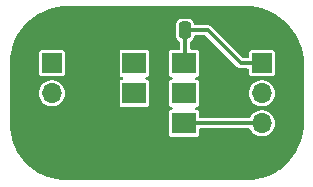
<source format=gbr>
%TF.GenerationSoftware,KiCad,Pcbnew,7.0.5*%
%TF.CreationDate,2023-12-18T16:38:18+02:00*%
%TF.ProjectId,Clock Oscillator,436c6f63-6b20-44f7-9363-696c6c61746f,rev?*%
%TF.SameCoordinates,Original*%
%TF.FileFunction,Copper,L1,Top*%
%TF.FilePolarity,Positive*%
%FSLAX46Y46*%
G04 Gerber Fmt 4.6, Leading zero omitted, Abs format (unit mm)*
G04 Created by KiCad (PCBNEW 7.0.5) date 2023-12-18 16:38:18*
%MOMM*%
%LPD*%
G01*
G04 APERTURE LIST*
G04 Aperture macros list*
%AMRoundRect*
0 Rectangle with rounded corners*
0 $1 Rounding radius*
0 $2 $3 $4 $5 $6 $7 $8 $9 X,Y pos of 4 corners*
0 Add a 4 corners polygon primitive as box body*
4,1,4,$2,$3,$4,$5,$6,$7,$8,$9,$2,$3,0*
0 Add four circle primitives for the rounded corners*
1,1,$1+$1,$2,$3*
1,1,$1+$1,$4,$5*
1,1,$1+$1,$6,$7*
1,1,$1+$1,$8,$9*
0 Add four rect primitives between the rounded corners*
20,1,$1+$1,$2,$3,$4,$5,0*
20,1,$1+$1,$4,$5,$6,$7,0*
20,1,$1+$1,$6,$7,$8,$9,0*
20,1,$1+$1,$8,$9,$2,$3,0*%
G04 Aperture macros list end*
%TA.AperFunction,SMDPad,CuDef*%
%ADD10R,2.000000X1.800000*%
%TD*%
%TA.AperFunction,SMDPad,CuDef*%
%ADD11RoundRect,0.250000X0.250000X0.475000X-0.250000X0.475000X-0.250000X-0.475000X0.250000X-0.475000X0*%
%TD*%
%TA.AperFunction,ComponentPad*%
%ADD12R,1.700000X1.700000*%
%TD*%
%TA.AperFunction,ComponentPad*%
%ADD13O,1.700000X1.700000*%
%TD*%
%TA.AperFunction,Conductor*%
%ADD14C,0.380000*%
%TD*%
G04 APERTURE END LIST*
D10*
%TO.P,Y1,1,E/D*%
%TO.N,unconnected-(Y1-E{slash}D-Pad1)*%
X121294000Y-53340000D03*
%TO.P,Y1,2,NC*%
%TO.N,unconnected-(Y1-NC-Pad2)*%
X121294000Y-55880000D03*
%TO.P,Y1,3,GND*%
%TO.N,/GND*%
X121294000Y-58420000D03*
%TO.P,Y1,4,OUT*%
%TO.N,/CLK*%
X125494000Y-58420000D03*
%TO.P,Y1,5,OUT2*%
%TO.N,unconnected-(Y1-OUT2-Pad5)*%
X125494000Y-55880000D03*
%TO.P,Y1,6,3V*%
%TO.N,/3.3V*%
X125494000Y-53340000D03*
%TD*%
D11*
%TO.P,C2,1*%
%TO.N,/3.3V*%
X125598000Y-50546000D03*
%TO.P,C2,2*%
%TO.N,/GND*%
X123698000Y-50546000D03*
%TD*%
D12*
%TO.P,J1,1,Pin_1*%
%TO.N,/~{Reset}*%
X114300000Y-53340000D03*
D13*
%TO.P,J1,2,Pin_2*%
%TO.N,unconnected-(J1-Pin_2-Pad2)*%
X114300000Y-55880000D03*
%TO.P,J1,3,Pin_3*%
%TO.N,/GND*%
X114300000Y-58420000D03*
%TD*%
D12*
%TO.P,J2,1,Pin_1*%
%TO.N,/3.3V*%
X132080000Y-53340000D03*
D13*
%TO.P,J2,2,Pin_2*%
%TO.N,unconnected-(J2-Pin_2-Pad2)*%
X132080000Y-55880000D03*
%TO.P,J2,3,Pin_3*%
%TO.N,/CLK*%
X132080000Y-58420000D03*
%TD*%
D14*
%TO.N,/GND*%
X114300000Y-58420000D02*
X121294000Y-58420000D01*
X121294000Y-58420000D02*
X121394000Y-58420000D01*
X121394000Y-58420000D02*
X123698000Y-56116000D01*
X123698000Y-56116000D02*
X123698000Y-50546000D01*
%TO.N,/3.3V*%
X130302000Y-53340000D02*
X127508000Y-50546000D01*
X132080000Y-53340000D02*
X130302000Y-53340000D01*
X125598000Y-53236000D02*
X125494000Y-53340000D01*
X127508000Y-50546000D02*
X125598000Y-50546000D01*
X125598000Y-50546000D02*
X125598000Y-53236000D01*
%TO.N,/CLK*%
X132080000Y-58420000D02*
X125494000Y-58420000D01*
%TD*%
%TA.AperFunction,Conductor*%
%TO.N,/GND*%
G36*
X130811351Y-48510556D02*
G01*
X131228236Y-48528757D01*
X131233589Y-48529226D01*
X131645967Y-48583516D01*
X131651268Y-48584451D01*
X132057331Y-48674473D01*
X132062529Y-48675866D01*
X132459208Y-48800938D01*
X132464288Y-48802787D01*
X132485202Y-48811450D01*
X132848552Y-48961954D01*
X132853422Y-48964225D01*
X133222350Y-49156277D01*
X133227028Y-49158979D01*
X133577807Y-49382449D01*
X133582235Y-49385549D01*
X133912203Y-49638743D01*
X133916335Y-49642211D01*
X133994082Y-49713452D01*
X134222989Y-49923206D01*
X134226801Y-49927019D01*
X134288869Y-49994754D01*
X134507780Y-50233654D01*
X134511259Y-50237799D01*
X134764450Y-50567764D01*
X134767549Y-50572190D01*
X134991015Y-50922960D01*
X134993713Y-50927632D01*
X135185763Y-51296555D01*
X135188050Y-51301460D01*
X135347209Y-51685705D01*
X135349060Y-51690790D01*
X135474126Y-52087447D01*
X135475527Y-52092674D01*
X135565545Y-52498722D01*
X135566485Y-52504051D01*
X135620771Y-52916390D01*
X135621243Y-52921781D01*
X135639439Y-53338553D01*
X135639498Y-53341257D01*
X135639498Y-58418644D01*
X135639439Y-58421348D01*
X135621238Y-58838213D01*
X135620766Y-58843604D01*
X135566481Y-59255943D01*
X135565541Y-59261272D01*
X135475522Y-59667323D01*
X135474122Y-59672550D01*
X135349058Y-60069201D01*
X135347207Y-60074286D01*
X135188047Y-60458534D01*
X135185760Y-60463438D01*
X134993721Y-60832340D01*
X134991015Y-60837026D01*
X134767545Y-61187805D01*
X134764441Y-61192238D01*
X134511262Y-61522188D01*
X134507783Y-61526333D01*
X134226799Y-61832973D01*
X134222973Y-61836799D01*
X133916333Y-62117783D01*
X133912188Y-62121262D01*
X133582238Y-62374441D01*
X133577805Y-62377545D01*
X133227026Y-62601015D01*
X133222340Y-62603721D01*
X132853438Y-62795760D01*
X132848534Y-62798047D01*
X132464286Y-62957207D01*
X132459201Y-62959058D01*
X132062550Y-63084122D01*
X132057323Y-63085522D01*
X131651272Y-63175541D01*
X131645943Y-63176481D01*
X131233604Y-63230766D01*
X131228213Y-63231238D01*
X130811349Y-63249439D01*
X130808645Y-63249498D01*
X115571348Y-63249498D01*
X115568644Y-63249439D01*
X115151781Y-63231240D01*
X115146390Y-63230768D01*
X114734052Y-63176482D01*
X114728723Y-63175542D01*
X114322674Y-63085524D01*
X114317455Y-63084126D01*
X114060473Y-63003100D01*
X113920791Y-62959058D01*
X113915706Y-62957207D01*
X113694946Y-62865765D01*
X113531455Y-62798044D01*
X113526565Y-62795764D01*
X113157634Y-62603710D01*
X113152967Y-62601015D01*
X112802190Y-62377545D01*
X112797766Y-62374447D01*
X112763352Y-62348040D01*
X112467798Y-62121253D01*
X112463663Y-62117783D01*
X112157023Y-61836799D01*
X112153197Y-61832973D01*
X111872213Y-61526333D01*
X111868745Y-61522201D01*
X111615551Y-61192233D01*
X111612451Y-61187805D01*
X111388982Y-60837027D01*
X111386276Y-60832341D01*
X111194228Y-60463421D01*
X111191957Y-60458551D01*
X111032789Y-60074285D01*
X111030940Y-60069204D01*
X111030939Y-60069201D01*
X110905867Y-59672524D01*
X110904475Y-59667323D01*
X110832946Y-59344678D01*
X124243500Y-59344678D01*
X124258032Y-59417735D01*
X124258033Y-59417739D01*
X124258034Y-59417740D01*
X124313399Y-59500601D01*
X124396259Y-59555966D01*
X124396260Y-59555966D01*
X124396264Y-59555967D01*
X124469321Y-59570499D01*
X124469324Y-59570500D01*
X124469326Y-59570500D01*
X126518676Y-59570500D01*
X126518677Y-59570499D01*
X126591740Y-59555966D01*
X126674601Y-59500601D01*
X126729966Y-59417740D01*
X126744500Y-59344674D01*
X126744500Y-58984499D01*
X126764185Y-58917461D01*
X126816989Y-58871706D01*
X126868500Y-58860500D01*
X130993181Y-58860500D01*
X131060220Y-58880185D01*
X131104180Y-58929228D01*
X131131702Y-58984500D01*
X131140327Y-59001821D01*
X131263237Y-59164581D01*
X131413958Y-59301980D01*
X131413960Y-59301982D01*
X131482911Y-59344674D01*
X131587363Y-59409348D01*
X131777544Y-59483024D01*
X131978024Y-59520500D01*
X131978026Y-59520500D01*
X132181974Y-59520500D01*
X132181976Y-59520500D01*
X132382456Y-59483024D01*
X132572637Y-59409348D01*
X132746041Y-59301981D01*
X132896764Y-59164579D01*
X133019673Y-59001821D01*
X133110582Y-58819250D01*
X133166397Y-58623083D01*
X133185215Y-58420000D01*
X133166397Y-58216917D01*
X133110582Y-58020750D01*
X133019673Y-57838179D01*
X132896764Y-57675421D01*
X132896762Y-57675418D01*
X132746041Y-57538019D01*
X132746039Y-57538017D01*
X132572642Y-57430655D01*
X132572635Y-57430651D01*
X132477546Y-57393814D01*
X132382456Y-57356976D01*
X132181976Y-57319500D01*
X131978024Y-57319500D01*
X131777544Y-57356976D01*
X131777541Y-57356976D01*
X131777541Y-57356977D01*
X131587364Y-57430651D01*
X131587357Y-57430655D01*
X131413960Y-57538017D01*
X131413958Y-57538019D01*
X131263237Y-57675418D01*
X131140327Y-57838178D01*
X131140327Y-57838179D01*
X131104180Y-57910771D01*
X131056679Y-57962008D01*
X130993181Y-57979500D01*
X126868500Y-57979500D01*
X126801461Y-57959815D01*
X126755706Y-57907011D01*
X126744500Y-57855500D01*
X126744500Y-57495323D01*
X126744499Y-57495321D01*
X126729967Y-57422264D01*
X126729966Y-57422260D01*
X126729966Y-57422259D01*
X126674601Y-57339399D01*
X126591740Y-57284034D01*
X126591739Y-57284033D01*
X126591735Y-57284032D01*
X126529320Y-57271617D01*
X126467409Y-57239232D01*
X126432835Y-57178516D01*
X126436574Y-57108747D01*
X126477441Y-57052075D01*
X126529320Y-57028383D01*
X126591735Y-57015967D01*
X126591735Y-57015966D01*
X126591740Y-57015966D01*
X126674601Y-56960601D01*
X126729966Y-56877740D01*
X126744500Y-56804674D01*
X126744500Y-55880000D01*
X130974785Y-55880000D01*
X130993602Y-56083082D01*
X131049417Y-56279247D01*
X131049422Y-56279260D01*
X131140327Y-56461821D01*
X131263237Y-56624581D01*
X131413958Y-56761980D01*
X131413960Y-56761982D01*
X131482911Y-56804674D01*
X131587363Y-56869348D01*
X131777544Y-56943024D01*
X131978024Y-56980500D01*
X131978026Y-56980500D01*
X132181974Y-56980500D01*
X132181976Y-56980500D01*
X132382456Y-56943024D01*
X132572637Y-56869348D01*
X132746041Y-56761981D01*
X132896764Y-56624579D01*
X133019673Y-56461821D01*
X133110582Y-56279250D01*
X133166397Y-56083083D01*
X133185215Y-55880000D01*
X133166397Y-55676917D01*
X133110582Y-55480750D01*
X133019673Y-55298179D01*
X132896764Y-55135421D01*
X132896762Y-55135418D01*
X132746041Y-54998019D01*
X132746039Y-54998017D01*
X132572642Y-54890655D01*
X132572635Y-54890651D01*
X132477546Y-54853814D01*
X132382456Y-54816976D01*
X132181976Y-54779500D01*
X131978024Y-54779500D01*
X131777544Y-54816976D01*
X131777541Y-54816976D01*
X131777541Y-54816977D01*
X131587364Y-54890651D01*
X131587357Y-54890655D01*
X131413960Y-54998017D01*
X131413958Y-54998019D01*
X131263237Y-55135418D01*
X131140327Y-55298178D01*
X131049422Y-55480739D01*
X131049417Y-55480752D01*
X130993602Y-55676917D01*
X130974785Y-55879999D01*
X130974785Y-55880000D01*
X126744500Y-55880000D01*
X126744500Y-54955326D01*
X126744499Y-54955326D01*
X126744500Y-54955323D01*
X126744499Y-54955321D01*
X126729967Y-54882264D01*
X126729966Y-54882260D01*
X126674601Y-54799399D01*
X126591740Y-54744034D01*
X126591739Y-54744033D01*
X126591735Y-54744032D01*
X126529320Y-54731617D01*
X126467409Y-54699232D01*
X126432835Y-54638516D01*
X126436574Y-54568747D01*
X126477441Y-54512075D01*
X126529320Y-54488383D01*
X126591735Y-54475967D01*
X126591735Y-54475966D01*
X126591740Y-54475966D01*
X126674601Y-54420601D01*
X126729966Y-54337740D01*
X126744500Y-54264674D01*
X126744500Y-52415326D01*
X126744499Y-52415326D01*
X126744500Y-52415323D01*
X126744499Y-52415321D01*
X126729967Y-52342264D01*
X126729966Y-52342260D01*
X126708009Y-52309399D01*
X126674601Y-52259399D01*
X126591740Y-52204034D01*
X126591739Y-52204033D01*
X126591735Y-52204032D01*
X126518677Y-52189500D01*
X126518674Y-52189500D01*
X126162500Y-52189500D01*
X126095461Y-52169815D01*
X126049706Y-52117011D01*
X126038500Y-52065500D01*
X126038500Y-51565666D01*
X126058185Y-51498627D01*
X126088189Y-51466399D01*
X126090329Y-51464796D01*
X126090331Y-51464796D01*
X126205546Y-51378546D01*
X126291796Y-51263331D01*
X126342091Y-51128483D01*
X126345450Y-51097244D01*
X126372188Y-51032693D01*
X126429581Y-50992845D01*
X126468739Y-50986500D01*
X127274177Y-50986500D01*
X127341216Y-51006185D01*
X127361858Y-51022819D01*
X129970555Y-53631516D01*
X129975191Y-53636704D01*
X129991951Y-53657720D01*
X129998999Y-53666557D01*
X130046121Y-53698684D01*
X130047970Y-53699996D01*
X130068163Y-53714899D01*
X130093841Y-53733851D01*
X130101216Y-53737748D01*
X130108713Y-53741359D01*
X130108715Y-53741360D01*
X130163195Y-53758164D01*
X130165337Y-53758869D01*
X130219181Y-53777711D01*
X130219183Y-53777711D01*
X130227340Y-53779254D01*
X130235602Y-53780500D01*
X130235605Y-53780500D01*
X130292585Y-53780500D01*
X130294867Y-53780542D01*
X130351877Y-53782675D01*
X130351877Y-53782674D01*
X130351878Y-53782675D01*
X130361112Y-53781635D01*
X130361208Y-53782489D01*
X130376321Y-53780500D01*
X130855500Y-53780500D01*
X130922539Y-53800185D01*
X130968294Y-53852989D01*
X130979500Y-53904500D01*
X130979500Y-54214678D01*
X130994032Y-54287735D01*
X130994033Y-54287739D01*
X130994034Y-54287740D01*
X131049399Y-54370601D01*
X131124229Y-54420600D01*
X131132260Y-54425966D01*
X131132264Y-54425967D01*
X131205321Y-54440499D01*
X131205324Y-54440500D01*
X131205326Y-54440500D01*
X132954676Y-54440500D01*
X132954677Y-54440499D01*
X133027740Y-54425966D01*
X133110601Y-54370601D01*
X133165966Y-54287740D01*
X133180500Y-54214674D01*
X133180500Y-52465326D01*
X133180500Y-52465325D01*
X133180500Y-52465323D01*
X133180499Y-52465321D01*
X133165967Y-52392264D01*
X133165966Y-52392260D01*
X133132560Y-52342264D01*
X133110601Y-52309399D01*
X133055234Y-52272405D01*
X133027739Y-52254033D01*
X133027735Y-52254032D01*
X132954677Y-52239500D01*
X132954674Y-52239500D01*
X131205326Y-52239500D01*
X131205323Y-52239500D01*
X131132264Y-52254032D01*
X131132260Y-52254033D01*
X131049399Y-52309399D01*
X130994033Y-52392260D01*
X130994032Y-52392264D01*
X130979500Y-52465321D01*
X130979500Y-52775500D01*
X130959815Y-52842539D01*
X130907011Y-52888294D01*
X130855500Y-52899500D01*
X130535823Y-52899500D01*
X130468784Y-52879815D01*
X130448142Y-52863181D01*
X127839443Y-50254482D01*
X127834806Y-50249294D01*
X127811001Y-50219443D01*
X127811000Y-50219442D01*
X127810999Y-50219441D01*
X127763893Y-50187324D01*
X127762003Y-50185983D01*
X127733605Y-50165025D01*
X127716157Y-50152148D01*
X127716155Y-50152147D01*
X127708794Y-50148256D01*
X127701284Y-50144639D01*
X127646818Y-50127839D01*
X127644615Y-50127114D01*
X127590819Y-50108289D01*
X127582640Y-50106741D01*
X127574399Y-50105500D01*
X127574395Y-50105500D01*
X127517404Y-50105500D01*
X127515122Y-50105457D01*
X127491061Y-50104557D01*
X127458122Y-50103324D01*
X127448890Y-50104365D01*
X127448793Y-50103510D01*
X127433680Y-50105500D01*
X126468739Y-50105500D01*
X126401700Y-50085815D01*
X126355945Y-50033011D01*
X126345449Y-49994754D01*
X126345056Y-49991102D01*
X126342091Y-49963517D01*
X126291796Y-49828669D01*
X126291795Y-49828668D01*
X126291793Y-49828664D01*
X126205547Y-49713455D01*
X126205544Y-49713452D01*
X126090335Y-49627206D01*
X126090328Y-49627202D01*
X125955486Y-49576910D01*
X125955485Y-49576909D01*
X125955483Y-49576909D01*
X125895873Y-49570500D01*
X125895863Y-49570500D01*
X125300129Y-49570500D01*
X125300123Y-49570501D01*
X125240516Y-49576908D01*
X125105671Y-49627202D01*
X125105664Y-49627206D01*
X124990455Y-49713452D01*
X124990452Y-49713455D01*
X124904206Y-49828664D01*
X124904202Y-49828671D01*
X124853908Y-49963517D01*
X124847501Y-50023116D01*
X124847500Y-50023135D01*
X124847500Y-51068870D01*
X124847501Y-51068876D01*
X124853908Y-51128483D01*
X124904202Y-51263328D01*
X124904206Y-51263335D01*
X124973358Y-51355709D01*
X124990454Y-51378546D01*
X125105669Y-51464796D01*
X125105670Y-51464796D01*
X125107811Y-51466399D01*
X125149682Y-51522333D01*
X125157500Y-51565666D01*
X125157500Y-52065500D01*
X125137815Y-52132539D01*
X125085011Y-52178294D01*
X125033500Y-52189500D01*
X124469323Y-52189500D01*
X124396264Y-52204032D01*
X124396260Y-52204033D01*
X124313399Y-52259399D01*
X124258033Y-52342260D01*
X124258032Y-52342264D01*
X124243500Y-52415321D01*
X124243500Y-54264678D01*
X124258032Y-54337735D01*
X124258033Y-54337739D01*
X124258034Y-54337740D01*
X124313399Y-54420601D01*
X124396259Y-54475966D01*
X124396260Y-54475966D01*
X124396263Y-54475967D01*
X124458680Y-54488383D01*
X124520591Y-54520768D01*
X124555165Y-54581484D01*
X124551425Y-54651253D01*
X124510558Y-54707925D01*
X124458680Y-54731617D01*
X124396263Y-54744032D01*
X124396260Y-54744033D01*
X124313399Y-54799399D01*
X124258033Y-54882260D01*
X124258032Y-54882264D01*
X124243500Y-54955321D01*
X124243500Y-56804678D01*
X124258032Y-56877735D01*
X124258033Y-56877739D01*
X124258034Y-56877740D01*
X124313399Y-56960601D01*
X124396259Y-57015966D01*
X124396260Y-57015966D01*
X124396263Y-57015967D01*
X124458680Y-57028383D01*
X124520591Y-57060768D01*
X124555165Y-57121484D01*
X124551425Y-57191253D01*
X124510558Y-57247925D01*
X124458680Y-57271617D01*
X124396263Y-57284032D01*
X124396260Y-57284033D01*
X124313399Y-57339399D01*
X124258033Y-57422260D01*
X124258032Y-57422264D01*
X124243500Y-57495321D01*
X124243500Y-59344678D01*
X110832946Y-59344678D01*
X110814454Y-59261267D01*
X110813519Y-59255966D01*
X110759229Y-58843588D01*
X110758760Y-58838235D01*
X110740554Y-58421252D01*
X110740496Y-58418563D01*
X110740496Y-58375830D01*
X110740496Y-57121484D01*
X110740496Y-55880000D01*
X113194785Y-55880000D01*
X113213602Y-56083082D01*
X113269417Y-56279247D01*
X113269422Y-56279260D01*
X113360327Y-56461821D01*
X113483237Y-56624581D01*
X113633958Y-56761980D01*
X113633960Y-56761982D01*
X113702911Y-56804674D01*
X113807363Y-56869348D01*
X113997544Y-56943024D01*
X114198024Y-56980500D01*
X114198026Y-56980500D01*
X114401974Y-56980500D01*
X114401976Y-56980500D01*
X114602456Y-56943024D01*
X114792637Y-56869348D01*
X114897083Y-56804678D01*
X120043500Y-56804678D01*
X120058032Y-56877735D01*
X120058033Y-56877739D01*
X120058034Y-56877740D01*
X120113399Y-56960601D01*
X120196259Y-57015966D01*
X120196260Y-57015966D01*
X120196264Y-57015967D01*
X120269321Y-57030499D01*
X120269324Y-57030500D01*
X120269326Y-57030500D01*
X122318676Y-57030500D01*
X122318677Y-57030499D01*
X122391740Y-57015966D01*
X122474601Y-56960601D01*
X122529966Y-56877740D01*
X122544500Y-56804674D01*
X122544500Y-54955326D01*
X122544500Y-54955323D01*
X122544499Y-54955321D01*
X122529967Y-54882264D01*
X122529966Y-54882260D01*
X122529966Y-54882259D01*
X122474601Y-54799399D01*
X122391740Y-54744034D01*
X122391739Y-54744033D01*
X122391735Y-54744032D01*
X122329320Y-54731617D01*
X122267409Y-54699232D01*
X122232835Y-54638516D01*
X122236574Y-54568747D01*
X122277441Y-54512075D01*
X122329320Y-54488383D01*
X122391735Y-54475967D01*
X122391735Y-54475966D01*
X122391740Y-54475966D01*
X122474601Y-54420601D01*
X122529966Y-54337740D01*
X122544500Y-54264674D01*
X122544500Y-52415326D01*
X122544500Y-52415323D01*
X122544499Y-52415321D01*
X122529967Y-52342264D01*
X122529966Y-52342260D01*
X122508009Y-52309399D01*
X122474601Y-52259399D01*
X122391740Y-52204034D01*
X122391739Y-52204033D01*
X122391735Y-52204032D01*
X122318677Y-52189500D01*
X122318674Y-52189500D01*
X120269326Y-52189500D01*
X120269323Y-52189500D01*
X120196264Y-52204032D01*
X120196260Y-52204033D01*
X120113399Y-52259399D01*
X120058033Y-52342260D01*
X120058032Y-52342264D01*
X120043500Y-52415321D01*
X120043500Y-54264678D01*
X120058032Y-54337735D01*
X120058033Y-54337739D01*
X120058034Y-54337740D01*
X120113399Y-54420601D01*
X120196259Y-54475966D01*
X120196260Y-54475966D01*
X120196263Y-54475967D01*
X120258680Y-54488383D01*
X120320591Y-54520768D01*
X120355165Y-54581484D01*
X120351425Y-54651253D01*
X120310558Y-54707925D01*
X120258680Y-54731617D01*
X120196263Y-54744032D01*
X120196260Y-54744033D01*
X120113399Y-54799399D01*
X120058033Y-54882260D01*
X120058032Y-54882264D01*
X120043500Y-54955321D01*
X120043500Y-56804678D01*
X114897083Y-56804678D01*
X114966041Y-56761981D01*
X115116764Y-56624579D01*
X115239673Y-56461821D01*
X115330582Y-56279250D01*
X115386397Y-56083083D01*
X115405215Y-55880000D01*
X115386397Y-55676917D01*
X115330582Y-55480750D01*
X115239673Y-55298179D01*
X115116764Y-55135421D01*
X115116762Y-55135418D01*
X114966041Y-54998019D01*
X114966039Y-54998017D01*
X114792642Y-54890655D01*
X114792635Y-54890651D01*
X114697546Y-54853814D01*
X114602456Y-54816976D01*
X114401976Y-54779500D01*
X114198024Y-54779500D01*
X113997544Y-54816976D01*
X113997541Y-54816976D01*
X113997541Y-54816977D01*
X113807364Y-54890651D01*
X113807357Y-54890655D01*
X113633960Y-54998017D01*
X113633958Y-54998019D01*
X113483237Y-55135418D01*
X113360327Y-55298178D01*
X113269422Y-55480739D01*
X113269417Y-55480752D01*
X113213602Y-55676917D01*
X113194785Y-55879999D01*
X113194785Y-55880000D01*
X110740496Y-55880000D01*
X110740497Y-54214678D01*
X113199500Y-54214678D01*
X113214032Y-54287735D01*
X113214033Y-54287739D01*
X113214034Y-54287740D01*
X113269399Y-54370601D01*
X113344229Y-54420600D01*
X113352260Y-54425966D01*
X113352264Y-54425967D01*
X113425321Y-54440499D01*
X113425324Y-54440500D01*
X113425326Y-54440500D01*
X115174676Y-54440500D01*
X115174677Y-54440499D01*
X115247740Y-54425966D01*
X115330601Y-54370601D01*
X115385966Y-54287740D01*
X115400500Y-54214674D01*
X115400500Y-52465326D01*
X115400499Y-52465325D01*
X115400500Y-52465323D01*
X115400499Y-52465321D01*
X115385967Y-52392264D01*
X115385966Y-52392260D01*
X115352560Y-52342264D01*
X115330601Y-52309399D01*
X115275234Y-52272405D01*
X115247739Y-52254033D01*
X115247735Y-52254032D01*
X115174677Y-52239500D01*
X115174674Y-52239500D01*
X113425326Y-52239500D01*
X113425323Y-52239500D01*
X113352264Y-52254032D01*
X113352260Y-52254033D01*
X113269399Y-52309399D01*
X113214033Y-52392260D01*
X113214032Y-52392264D01*
X113199500Y-52465321D01*
X113199500Y-54214678D01*
X110740497Y-54214678D01*
X110740497Y-53341303D01*
X110740554Y-53338691D01*
X110758758Y-52921759D01*
X110759227Y-52916410D01*
X110813516Y-52504038D01*
X110814454Y-52498726D01*
X110904475Y-52092671D01*
X110905869Y-52087464D01*
X111030942Y-51690782D01*
X111032778Y-51685737D01*
X111191956Y-51301445D01*
X111194223Y-51296584D01*
X111386296Y-50927616D01*
X111388969Y-50922987D01*
X111612460Y-50572177D01*
X111615539Y-50567779D01*
X111868753Y-50237784D01*
X111872213Y-50233663D01*
X112153197Y-49927023D01*
X112157023Y-49923197D01*
X112463663Y-49642213D01*
X112467784Y-49638753D01*
X112797779Y-49385539D01*
X112802177Y-49382460D01*
X113152987Y-49158969D01*
X113157616Y-49156296D01*
X113526584Y-48964223D01*
X113531445Y-48961956D01*
X113915737Y-48802778D01*
X113920782Y-48800942D01*
X114317464Y-48675869D01*
X114322671Y-48674475D01*
X114728726Y-48584454D01*
X114734038Y-48583516D01*
X115146410Y-48529227D01*
X115151759Y-48528758D01*
X115568646Y-48510557D01*
X115571351Y-48510498D01*
X115665522Y-48510498D01*
X115665531Y-48510497D01*
X130808647Y-48510497D01*
X130811351Y-48510556D01*
G37*
%TD.AperFunction*%
%TD*%
M02*

</source>
